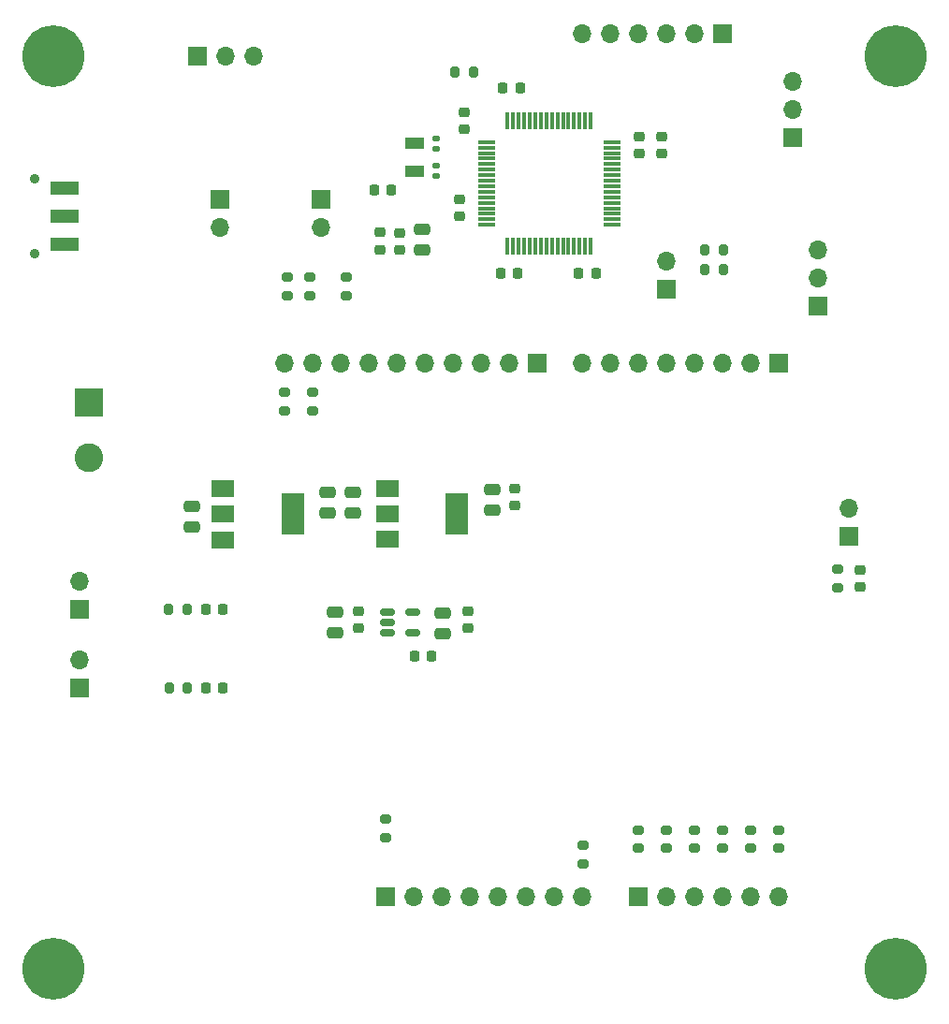
<source format=gbr>
%TF.GenerationSoftware,KiCad,Pcbnew,(6.0.9)*%
%TF.CreationDate,2025-06-16T13:19:02-07:00*%
%TF.ProjectId,STM32L4_breakout,53544d33-324c-4345-9f62-7265616b6f75,rev?*%
%TF.SameCoordinates,Original*%
%TF.FileFunction,Soldermask,Top*%
%TF.FilePolarity,Negative*%
%FSLAX46Y46*%
G04 Gerber Fmt 4.6, Leading zero omitted, Abs format (unit mm)*
G04 Created by KiCad (PCBNEW (6.0.9)) date 2025-06-16 13:19:02*
%MOMM*%
%LPD*%
G01*
G04 APERTURE LIST*
G04 Aperture macros list*
%AMRoundRect*
0 Rectangle with rounded corners*
0 $1 Rounding radius*
0 $2 $3 $4 $5 $6 $7 $8 $9 X,Y pos of 4 corners*
0 Add a 4 corners polygon primitive as box body*
4,1,4,$2,$3,$4,$5,$6,$7,$8,$9,$2,$3,0*
0 Add four circle primitives for the rounded corners*
1,1,$1+$1,$2,$3*
1,1,$1+$1,$4,$5*
1,1,$1+$1,$6,$7*
1,1,$1+$1,$8,$9*
0 Add four rect primitives between the rounded corners*
20,1,$1+$1,$2,$3,$4,$5,0*
20,1,$1+$1,$4,$5,$6,$7,0*
20,1,$1+$1,$6,$7,$8,$9,0*
20,1,$1+$1,$8,$9,$2,$3,0*%
G04 Aperture macros list end*
%ADD10RoundRect,0.150000X-0.512500X-0.150000X0.512500X-0.150000X0.512500X0.150000X-0.512500X0.150000X0*%
%ADD11RoundRect,0.200000X-0.275000X0.200000X-0.275000X-0.200000X0.275000X-0.200000X0.275000X0.200000X0*%
%ADD12RoundRect,0.218750X0.218750X0.256250X-0.218750X0.256250X-0.218750X-0.256250X0.218750X-0.256250X0*%
%ADD13RoundRect,0.200000X0.275000X-0.200000X0.275000X0.200000X-0.275000X0.200000X-0.275000X-0.200000X0*%
%ADD14RoundRect,0.218750X-0.256250X0.218750X-0.256250X-0.218750X0.256250X-0.218750X0.256250X0.218750X0*%
%ADD15R,1.700000X1.700000*%
%ADD16O,1.700000X1.700000*%
%ADD17RoundRect,0.250000X0.475000X-0.250000X0.475000X0.250000X-0.475000X0.250000X-0.475000X-0.250000X0*%
%ADD18RoundRect,0.200000X0.200000X0.275000X-0.200000X0.275000X-0.200000X-0.275000X0.200000X-0.275000X0*%
%ADD19RoundRect,0.225000X0.225000X0.250000X-0.225000X0.250000X-0.225000X-0.250000X0.225000X-0.250000X0*%
%ADD20RoundRect,0.225000X0.250000X-0.225000X0.250000X0.225000X-0.250000X0.225000X-0.250000X-0.225000X0*%
%ADD21RoundRect,0.140000X-0.170000X0.140000X-0.170000X-0.140000X0.170000X-0.140000X0.170000X0.140000X0*%
%ADD22RoundRect,0.225000X-0.225000X-0.250000X0.225000X-0.250000X0.225000X0.250000X-0.225000X0.250000X0*%
%ADD23R,2.600000X2.600000*%
%ADD24C,2.600000*%
%ADD25C,5.600000*%
%ADD26C,3.600000*%
%ADD27RoundRect,0.225000X-0.250000X0.225000X-0.250000X-0.225000X0.250000X-0.225000X0.250000X0.225000X0*%
%ADD28RoundRect,0.250000X-0.475000X0.250000X-0.475000X-0.250000X0.475000X-0.250000X0.475000X0.250000X0*%
%ADD29RoundRect,0.140000X0.170000X-0.140000X0.170000X0.140000X-0.170000X0.140000X-0.170000X-0.140000X0*%
%ADD30RoundRect,0.200000X-0.200000X-0.275000X0.200000X-0.275000X0.200000X0.275000X-0.200000X0.275000X0*%
%ADD31RoundRect,0.218750X0.256250X-0.218750X0.256250X0.218750X-0.256250X0.218750X-0.256250X-0.218750X0*%
%ADD32R,1.800000X1.000000*%
%ADD33C,0.900000*%
%ADD34R,2.500000X1.250000*%
%ADD35RoundRect,0.075000X-0.700000X-0.075000X0.700000X-0.075000X0.700000X0.075000X-0.700000X0.075000X0*%
%ADD36RoundRect,0.075000X-0.075000X-0.700000X0.075000X-0.700000X0.075000X0.700000X-0.075000X0.700000X0*%
%ADD37R,2.000000X1.500000*%
%ADD38R,2.000000X3.800000*%
G04 APERTURE END LIST*
D10*
%TO.C,U2*%
X138382500Y-105664000D03*
X138382500Y-106614000D03*
X138382500Y-107564000D03*
X140657500Y-107564000D03*
X140657500Y-105664000D03*
%TD*%
D11*
%TO.C,R15*%
X134620000Y-75375000D03*
X134620000Y-77025000D03*
%TD*%
D12*
%TO.C,D2*%
X123469500Y-112522000D03*
X121894500Y-112522000D03*
%TD*%
D13*
%TO.C,R1*%
X131318000Y-77025000D03*
X131318000Y-75375000D03*
%TD*%
D14*
%TO.C,D1*%
X181102000Y-101828500D03*
X181102000Y-103403500D03*
%TD*%
D15*
%TO.C,J3*%
X138218000Y-131419000D03*
D16*
X140758000Y-131419000D03*
X143298000Y-131419000D03*
X145838000Y-131419000D03*
X148378000Y-131419000D03*
X150918000Y-131419000D03*
X153458000Y-131419000D03*
X155998000Y-131419000D03*
%TD*%
D12*
%TO.C,D3*%
X123469500Y-105410000D03*
X121894500Y-105410000D03*
%TD*%
D17*
%TO.C,C8*%
X147828000Y-96454000D03*
X147828000Y-94554000D03*
%TD*%
D18*
%TO.C,R3*%
X168719000Y-74676000D03*
X167069000Y-74676000D03*
%TD*%
D17*
%TO.C,C5*%
X135230000Y-96708000D03*
X135230000Y-94808000D03*
%TD*%
D19*
%TO.C,C14*%
X157213000Y-75014000D03*
X155663000Y-75014000D03*
%TD*%
D18*
%TO.C,R19*%
X120268000Y-112522000D03*
X118618000Y-112522000D03*
%TD*%
D13*
%TO.C,R17*%
X179070000Y-103441000D03*
X179070000Y-101791000D03*
%TD*%
D20*
%TO.C,C21*%
X144888000Y-69839000D03*
X144888000Y-68289000D03*
%TD*%
D21*
%TO.C,C11*%
X142788000Y-62804000D03*
X142788000Y-63764000D03*
%TD*%
D15*
%TO.C,J12*%
X121173000Y-55372000D03*
D16*
X123713000Y-55372000D03*
X126253000Y-55372000D03*
%TD*%
D13*
%TO.C,R7*%
X161028000Y-127034000D03*
X161028000Y-125384000D03*
%TD*%
%TO.C,R11*%
X171188000Y-127034000D03*
X171188000Y-125384000D03*
%TD*%
D22*
%TO.C,C17*%
X148793000Y-58226000D03*
X150343000Y-58226000D03*
%TD*%
D15*
%TO.C,J17*%
X110490000Y-105415000D03*
D16*
X110490000Y-102875000D03*
%TD*%
D18*
%TO.C,R2*%
X168719000Y-72898000D03*
X167069000Y-72898000D03*
%TD*%
D13*
%TO.C,R9*%
X166108000Y-127034000D03*
X166108000Y-125384000D03*
%TD*%
D23*
%TO.C,J1*%
X111323000Y-86709000D03*
D24*
X111323000Y-91709000D03*
%TD*%
D18*
%TO.C,R21*%
X120205000Y-105410000D03*
X118555000Y-105410000D03*
%TD*%
D20*
%TO.C,C10*%
X139446000Y-72911000D03*
X139446000Y-71361000D03*
%TD*%
D25*
%TO.C,H4*%
X108146000Y-137909000D03*
D26*
X108146000Y-137909000D03*
%TD*%
D27*
%TO.C,C16*%
X161088000Y-62639000D03*
X161088000Y-64189000D03*
%TD*%
D13*
%TO.C,R4*%
X129286000Y-77025000D03*
X129286000Y-75375000D03*
%TD*%
D28*
%TO.C,C2*%
X133604000Y-105664000D03*
X133604000Y-107564000D03*
%TD*%
D11*
%TO.C,R14*%
X138176000Y-124397000D03*
X138176000Y-126047000D03*
%TD*%
D15*
%TO.C,J16*%
X110490000Y-112532000D03*
D16*
X110490000Y-109992000D03*
%TD*%
D25*
%TO.C,H3*%
X184346000Y-137909000D03*
D26*
X184346000Y-137909000D03*
%TD*%
D17*
%TO.C,C1*%
X120650000Y-97978000D03*
X120650000Y-96078000D03*
%TD*%
D27*
%TO.C,C4*%
X135710000Y-105585000D03*
X135710000Y-107135000D03*
%TD*%
%TO.C,C9*%
X145616000Y-105585000D03*
X145616000Y-107135000D03*
%TD*%
D13*
%TO.C,R13*%
X156078000Y-128434000D03*
X156078000Y-126784000D03*
%TD*%
D22*
%TO.C,C6*%
X140777000Y-109662000D03*
X142327000Y-109662000D03*
%TD*%
D29*
%TO.C,C12*%
X142788000Y-66244000D03*
X142788000Y-65284000D03*
%TD*%
D17*
%TO.C,C3*%
X132944000Y-96708000D03*
X132944000Y-94808000D03*
%TD*%
D15*
%TO.C,J8*%
X163576000Y-76459000D03*
D16*
X163576000Y-73919000D03*
%TD*%
D30*
%TO.C,R20*%
X144463000Y-56809000D03*
X146113000Y-56809000D03*
%TD*%
D31*
%TO.C,L1*%
X137668000Y-72860500D03*
X137668000Y-71285500D03*
%TD*%
D32*
%TO.C,X1*%
X140788000Y-65764000D03*
X140788000Y-63264000D03*
%TD*%
D15*
%TO.C,J2*%
X168656000Y-53340000D03*
D16*
X166116000Y-53340000D03*
X163576000Y-53340000D03*
X161036000Y-53340000D03*
X158496000Y-53340000D03*
X155956000Y-53340000D03*
%TD*%
D33*
%TO.C,SW1*%
X106393000Y-66450000D03*
X106393000Y-73250000D03*
D34*
X109143000Y-67350000D03*
X109143000Y-69850000D03*
X109143000Y-72350000D03*
%TD*%
D27*
%TO.C,C19*%
X163138000Y-62639000D03*
X163138000Y-64189000D03*
%TD*%
D19*
%TO.C,C15*%
X138697000Y-67514000D03*
X137147000Y-67514000D03*
%TD*%
D13*
%TO.C,R10*%
X168648000Y-127034000D03*
X168648000Y-125384000D03*
%TD*%
D15*
%TO.C,J15*%
X180086000Y-98811000D03*
D16*
X180086000Y-96271000D03*
%TD*%
D35*
%TO.C,U4*%
X147303000Y-63134000D03*
X147303000Y-63634000D03*
X147303000Y-64134000D03*
X147303000Y-64634000D03*
X147303000Y-65134000D03*
X147303000Y-65634000D03*
X147303000Y-66134000D03*
X147303000Y-66634000D03*
X147303000Y-67134000D03*
X147303000Y-67634000D03*
X147303000Y-68134000D03*
X147303000Y-68634000D03*
X147303000Y-69134000D03*
X147303000Y-69634000D03*
X147303000Y-70134000D03*
X147303000Y-70634000D03*
D36*
X149228000Y-72559000D03*
X149728000Y-72559000D03*
X150228000Y-72559000D03*
X150728000Y-72559000D03*
X151228000Y-72559000D03*
X151728000Y-72559000D03*
X152228000Y-72559000D03*
X152728000Y-72559000D03*
X153228000Y-72559000D03*
X153728000Y-72559000D03*
X154228000Y-72559000D03*
X154728000Y-72559000D03*
X155228000Y-72559000D03*
X155728000Y-72559000D03*
X156228000Y-72559000D03*
X156728000Y-72559000D03*
D35*
X158653000Y-70634000D03*
X158653000Y-70134000D03*
X158653000Y-69634000D03*
X158653000Y-69134000D03*
X158653000Y-68634000D03*
X158653000Y-68134000D03*
X158653000Y-67634000D03*
X158653000Y-67134000D03*
X158653000Y-66634000D03*
X158653000Y-66134000D03*
X158653000Y-65634000D03*
X158653000Y-65134000D03*
X158653000Y-64634000D03*
X158653000Y-64134000D03*
X158653000Y-63634000D03*
X158653000Y-63134000D03*
D36*
X156728000Y-61209000D03*
X156228000Y-61209000D03*
X155728000Y-61209000D03*
X155228000Y-61209000D03*
X154728000Y-61209000D03*
X154228000Y-61209000D03*
X153728000Y-61209000D03*
X153228000Y-61209000D03*
X152728000Y-61209000D03*
X152228000Y-61209000D03*
X151728000Y-61209000D03*
X151228000Y-61209000D03*
X150728000Y-61209000D03*
X150228000Y-61209000D03*
X149728000Y-61209000D03*
X149228000Y-61209000D03*
%TD*%
D15*
%TO.C,J4*%
X161078000Y-131419000D03*
D16*
X163618000Y-131419000D03*
X166158000Y-131419000D03*
X168698000Y-131419000D03*
X171238000Y-131419000D03*
X173778000Y-131419000D03*
%TD*%
D19*
%TO.C,C13*%
X150127000Y-75014000D03*
X148577000Y-75014000D03*
%TD*%
D15*
%TO.C,J9*%
X132334000Y-68321000D03*
D16*
X132334000Y-70861000D03*
%TD*%
D15*
%TO.C,J10*%
X175006000Y-62738000D03*
D16*
X175006000Y-60198000D03*
X175006000Y-57658000D03*
%TD*%
D13*
%TO.C,R5*%
X131572000Y-87439000D03*
X131572000Y-85789000D03*
%TD*%
D25*
%TO.C,H1*%
X108146000Y-55359000D03*
D26*
X108146000Y-55359000D03*
%TD*%
D15*
%TO.C,J13*%
X177292000Y-77978000D03*
D16*
X177292000Y-75438000D03*
X177292000Y-72898000D03*
%TD*%
D17*
%TO.C,C20*%
X141478000Y-72898000D03*
X141478000Y-70998000D03*
%TD*%
D13*
%TO.C,R8*%
X163568000Y-127034000D03*
X163568000Y-125384000D03*
%TD*%
D20*
%TO.C,C18*%
X145288000Y-61989000D03*
X145288000Y-60439000D03*
%TD*%
D15*
%TO.C,J7*%
X123190000Y-68321000D03*
D16*
X123190000Y-70861000D03*
%TD*%
D13*
%TO.C,R6*%
X129032000Y-87439000D03*
X129032000Y-85789000D03*
%TD*%
D20*
%TO.C,C22*%
X149860000Y-96025000D03*
X149860000Y-94475000D03*
%TD*%
D13*
%TO.C,R12*%
X173728000Y-127034000D03*
X173728000Y-125384000D03*
%TD*%
D25*
%TO.C,H2*%
X184346000Y-55359000D03*
D26*
X184346000Y-55359000D03*
%TD*%
D15*
%TO.C,J6*%
X173778000Y-83159000D03*
D16*
X171238000Y-83159000D03*
X168698000Y-83159000D03*
X166158000Y-83159000D03*
X163618000Y-83159000D03*
X161078000Y-83159000D03*
X158538000Y-83159000D03*
X155998000Y-83159000D03*
%TD*%
D37*
%TO.C,U1*%
X123484000Y-94509000D03*
D38*
X129784000Y-96809000D03*
D37*
X123484000Y-96809000D03*
X123484000Y-99109000D03*
%TD*%
D15*
%TO.C,J5*%
X151934000Y-83159000D03*
D16*
X149394000Y-83159000D03*
X146854000Y-83159000D03*
X144314000Y-83159000D03*
X141774000Y-83159000D03*
X139234000Y-83159000D03*
X136694000Y-83159000D03*
X134154000Y-83159000D03*
X131614000Y-83159000D03*
X129074000Y-83159000D03*
%TD*%
D28*
%TO.C,C7*%
X143330000Y-105730000D03*
X143330000Y-107630000D03*
%TD*%
D37*
%TO.C,U3*%
X138328000Y-94474000D03*
X138328000Y-96774000D03*
D38*
X144628000Y-96774000D03*
D37*
X138328000Y-99074000D03*
%TD*%
M02*

</source>
